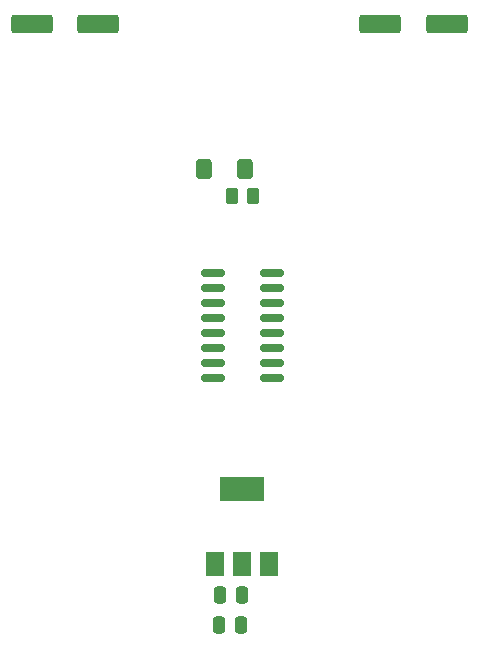
<source format=gbr>
%TF.GenerationSoftware,KiCad,Pcbnew,7.0.7*%
%TF.CreationDate,2023-10-05T17:02:33-03:00*%
%TF.ProjectId,ILLI_PCB,494c4c49-5f50-4434-922e-6b696361645f,rev?*%
%TF.SameCoordinates,Original*%
%TF.FileFunction,Paste,Top*%
%TF.FilePolarity,Positive*%
%FSLAX46Y46*%
G04 Gerber Fmt 4.6, Leading zero omitted, Abs format (unit mm)*
G04 Created by KiCad (PCBNEW 7.0.7) date 2023-10-05 17:02:33*
%MOMM*%
%LPD*%
G01*
G04 APERTURE LIST*
G04 Aperture macros list*
%AMRoundRect*
0 Rectangle with rounded corners*
0 $1 Rounding radius*
0 $2 $3 $4 $5 $6 $7 $8 $9 X,Y pos of 4 corners*
0 Add a 4 corners polygon primitive as box body*
4,1,4,$2,$3,$4,$5,$6,$7,$8,$9,$2,$3,0*
0 Add four circle primitives for the rounded corners*
1,1,$1+$1,$2,$3*
1,1,$1+$1,$4,$5*
1,1,$1+$1,$6,$7*
1,1,$1+$1,$8,$9*
0 Add four rect primitives between the rounded corners*
20,1,$1+$1,$2,$3,$4,$5,0*
20,1,$1+$1,$4,$5,$6,$7,0*
20,1,$1+$1,$6,$7,$8,$9,0*
20,1,$1+$1,$8,$9,$2,$3,0*%
G04 Aperture macros list end*
%ADD10R,1.500000X2.000000*%
%ADD11R,3.800000X2.000000*%
%ADD12RoundRect,0.150000X-0.850000X-0.150000X0.850000X-0.150000X0.850000X0.150000X-0.850000X0.150000X0*%
%ADD13RoundRect,0.250000X-0.262500X-0.450000X0.262500X-0.450000X0.262500X0.450000X-0.262500X0.450000X0*%
%ADD14RoundRect,0.250000X0.400000X0.600000X-0.400000X0.600000X-0.400000X-0.600000X0.400000X-0.600000X0*%
%ADD15RoundRect,0.250000X0.250000X0.475000X-0.250000X0.475000X-0.250000X-0.475000X0.250000X-0.475000X0*%
%ADD16RoundRect,0.250000X1.500000X0.550000X-1.500000X0.550000X-1.500000X-0.550000X1.500000X-0.550000X0*%
%ADD17RoundRect,0.250000X-1.500000X-0.550000X1.500000X-0.550000X1.500000X0.550000X-1.500000X0.550000X0*%
G04 APERTURE END LIST*
D10*
%TO.C,U2*%
X142300000Y-130150000D03*
X140000000Y-130150000D03*
D11*
X140000000Y-123850000D03*
D10*
X137700000Y-130150000D03*
%TD*%
D12*
%TO.C,U1*%
X142500000Y-105555000D03*
X142500000Y-106825000D03*
X142500000Y-108095000D03*
X142500000Y-109365000D03*
X142500000Y-110635000D03*
X142500000Y-111905000D03*
X142500000Y-113175000D03*
X142500000Y-114445000D03*
X137500000Y-114445000D03*
X137500000Y-113175000D03*
X137500000Y-111905000D03*
X137500000Y-110635000D03*
X137500000Y-109365000D03*
X137500000Y-108095000D03*
X137500000Y-106825000D03*
X137500000Y-105555000D03*
%TD*%
D13*
%TO.C,R1*%
X140912500Y-99000000D03*
X139087500Y-99000000D03*
%TD*%
D14*
%TO.C,D1*%
X136750000Y-96750000D03*
X140250000Y-96750000D03*
%TD*%
D15*
%TO.C,C5*%
X138100000Y-132850000D03*
X140000000Y-132850000D03*
%TD*%
%TO.C,C4*%
X139900000Y-135350000D03*
X138000000Y-135350000D03*
%TD*%
D16*
%TO.C,C2*%
X122200000Y-84500000D03*
X127800000Y-84500000D03*
%TD*%
D17*
%TO.C,C1*%
X151700000Y-84500000D03*
X157300000Y-84500000D03*
%TD*%
M02*

</source>
